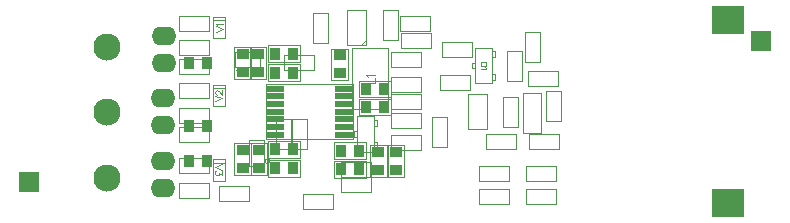
<source format=gbs>
G04*
G04 #@! TF.GenerationSoftware,Altium Limited,Altium Designer,20.2.8 (258)*
G04*
G04 Layer_Color=16711935*
%FSLAX44Y44*%
%MOMM*%
G71*
G04*
G04 #@! TF.SameCoordinates,D032E148-705B-442B-B370-39794CB6FC5C*
G04*
G04*
G04 #@! TF.FilePolarity,Negative*
G04*
G01*
G75*
%ADD25C,0.0100*%
%ADD26R,1.1000X0.8500*%
%ADD28R,0.8500X1.1000*%
%ADD30R,1.7032X1.7032*%
%ADD37R,2.7032X2.4032*%
%ADD38O,2.1000X1.6000*%
%ADD39C,2.3000*%
%ADD56C,0.0050*%
%ADD57R,1.6000X0.5000*%
D25*
X214000Y-42000D02*
G03*
X214000Y-42000I-2000J0D01*
G01*
X190000Y35000D02*
G03*
X190000Y35000I-2000J0D01*
G01*
X82000Y55000D02*
G03*
X82000Y55000I-6000J0D01*
G01*
X137300Y44350D02*
X162700D01*
X137300Y31650D02*
Y44350D01*
Y31650D02*
X162700D01*
Y44350D01*
X137300Y68650D02*
X162700D01*
Y81350D01*
X137300D02*
X162700D01*
X137300Y68650D02*
Y81350D01*
X176000Y62000D02*
Y77350D01*
X166000D02*
X176000D01*
X166000Y62000D02*
Y77350D01*
Y62000D02*
X176000D01*
X166000Y77350D02*
Y80000D01*
X176000D01*
Y77350D02*
Y80000D01*
X137300Y60350D02*
X162700D01*
X137300Y47650D02*
Y60350D01*
Y47650D02*
X162700D01*
Y60350D01*
X170598Y-63236D02*
X170598Y-75936D01*
X170598Y-63236D02*
X195998D01*
X195998Y-75936D02*
X195998Y-63236D01*
X170598Y-75936D02*
X195998D01*
X175660Y-43100D02*
X175660Y-40450D01*
X165660D02*
X175660D01*
X165660Y-43100D02*
X165660Y-40450D01*
X165660Y-58450D02*
X175660D01*
X165660D02*
Y-43100D01*
X175660D01*
Y-58450D02*
Y-43100D01*
X211170Y-23495D02*
X284830D01*
Y23495D01*
X211170D02*
X284830D01*
X211170Y-23495D02*
Y23495D01*
X226300Y35650D02*
X251700D01*
Y48350D01*
X226300D02*
X251700D01*
X226300Y35650D02*
Y48350D01*
X232650Y-31700D02*
Y-6300D01*
Y-31700D02*
X245350D01*
Y-6300D01*
X232650D02*
X245350D01*
X266015Y26665D02*
Y53335D01*
Y26665D02*
X279985D01*
Y53335D01*
X266015D02*
X279985D01*
X289665Y25985D02*
X316335D01*
X289665Y12015D02*
Y25985D01*
Y12015D02*
X316335D01*
Y25985D01*
X299015Y-55335D02*
Y-28665D01*
Y-55335D02*
X312985D01*
Y-28665D01*
X299015D02*
X312985D01*
X314015Y-55335D02*
Y-28665D01*
Y-55335D02*
X327985D01*
Y-28665D01*
X314015D02*
X327985D01*
X268665Y-42015D02*
X295335D01*
X268665Y-55985D02*
Y-42015D01*
Y-55985D02*
X295335D01*
Y-42015D01*
X268665Y-26015D02*
X295335D01*
X268665Y-39985D02*
Y-26015D01*
Y-39985D02*
X295335D01*
Y-26015D01*
X184015Y-53335D02*
Y-26665D01*
Y-53335D02*
X197985D01*
Y-26665D01*
X184015D02*
X197985D01*
X212665Y-54985D02*
X239335D01*
Y-41015D01*
X212665D02*
X239335D01*
X212665Y-54985D02*
Y-41015D01*
X211985Y-53335D02*
Y-26665D01*
X198015D02*
X211985D01*
X198015Y-53335D02*
Y-26665D01*
Y-53335D02*
X211985D01*
X212665Y-38985D02*
X239335D01*
Y-25015D01*
X212665D02*
X239335D01*
X212665Y-38985D02*
Y-25015D01*
X219650Y-31700D02*
Y-6300D01*
Y-31700D02*
X232350D01*
Y-6300D01*
X219650D02*
X232350D01*
X197015Y54335D02*
X210985D01*
Y27665D02*
Y54335D01*
X197015Y27665D02*
X210985D01*
X197015D02*
Y54335D01*
X212665Y26015D02*
X239335D01*
Y39985D01*
X212665D02*
X239335D01*
X212665Y26015D02*
Y39985D01*
Y42015D02*
X239335D01*
Y55985D01*
X212665D02*
X239335D01*
X212665Y42015D02*
Y55985D01*
X197985Y27665D02*
Y54335D01*
X184015D02*
X197985D01*
X184015Y27665D02*
Y54335D01*
Y27665D02*
X197985D01*
X431300Y-65650D02*
X456700D01*
X431300Y-78350D02*
Y-65650D01*
Y-78350D02*
X456700D01*
Y-65650D01*
X431300Y-45650D02*
X456700D01*
X431300Y-58350D02*
Y-45650D01*
Y-58350D02*
X456700D01*
Y-45650D01*
X137030Y11200D02*
X162430D01*
Y23900D01*
X137030D02*
X162430D01*
X137030Y11200D02*
Y23900D01*
Y-13100D02*
X162430D01*
X137030Y-25800D02*
Y-13100D01*
Y-25800D02*
X162430D01*
Y-13100D01*
X137030Y2900D02*
X162430D01*
X137030D02*
X137030Y-9800D01*
X162430D01*
Y2900D01*
X175730Y4550D02*
Y19900D01*
X165730D02*
X175730D01*
X165730Y4550D02*
Y19900D01*
Y4550D02*
X175730D01*
X165730Y19900D02*
X165730Y22550D01*
X175730D01*
X175730Y19900D02*
X175730Y22550D01*
X136960Y-51800D02*
X162360D01*
X162360Y-39100D01*
X136960D02*
X162360D01*
X136960D02*
X136960Y-51800D01*
X136960Y-60100D02*
X162360D01*
X136960D02*
X136960Y-72800D01*
X162360D01*
X162360Y-60100D01*
X274300Y-42650D02*
X299700D01*
X274300Y-55350D02*
Y-42650D01*
Y-55350D02*
X299700D01*
Y-42650D01*
X316300Y2140D02*
X341700Y2140D01*
X341700Y14840D01*
X316300Y14840D02*
X341700Y14840D01*
X316300Y2140D02*
X316300Y14840D01*
X196650Y-24205D02*
X209350D01*
X196650Y-45795D02*
Y-24205D01*
Y-45795D02*
X209350D01*
Y-24205D01*
X205795Y37650D02*
Y50350D01*
X184205D02*
X205795D01*
X184205Y37650D02*
Y50350D01*
Y37650D02*
X205795D01*
X443620Y-18145D02*
Y16145D01*
X428380D02*
X443620D01*
X428380Y-18145D02*
Y16145D01*
Y-18145D02*
X443620D01*
X285000Y-16500D02*
X288000D01*
X285000Y-21500D02*
Y-16500D01*
Y-21500D02*
X288000D01*
X302000Y-7000D02*
X305000D01*
Y-12000D02*
Y-7000D01*
X302000Y-12000D02*
X305000D01*
X302000Y-26000D02*
X305000D01*
Y-31000D02*
Y-26000D01*
X302000Y-31000D02*
X305000D01*
X302000Y-34240D02*
Y-3760D01*
X288000Y-34240D02*
X302000Y-34240D01*
X288000Y-34240D02*
Y-3760D01*
X302000Y-3760D01*
X457950Y21650D02*
Y34350D01*
X432550Y21650D02*
X457950D01*
X432550D02*
Y34350D01*
X457950D01*
X430150Y42300D02*
X442850D01*
X430150D02*
Y67700D01*
X442850D01*
Y42300D02*
Y67700D01*
X391300Y-78350D02*
Y-65650D01*
X416700D01*
Y-78350D02*
Y-65650D01*
X391300Y-78350D02*
X416700D01*
X274300Y-68350D02*
Y-55650D01*
X299700D01*
Y-68350D02*
Y-55650D01*
X274300Y-68350D02*
X299700D01*
X391300Y-58350D02*
Y-45650D01*
X416700D01*
Y-58350D02*
Y-45650D01*
X391300Y-58350D02*
X416700D01*
X341700Y-19650D02*
X341700Y-32350D01*
X316300D02*
X341700D01*
X316300D02*
X316300Y-19650D01*
X341700D01*
X324300Y81350D02*
X324300Y68650D01*
X324300Y81350D02*
X349700D01*
X349700Y68650D02*
X349700Y81350D01*
X324300Y68650D02*
X349700D01*
X350700Y53650D02*
Y66350D01*
X325300Y53650D02*
X350700Y53650D01*
X325300Y53650D02*
X325300Y66350D01*
X350700D01*
X414650Y51700D02*
X427350D01*
Y26300D02*
Y51700D01*
X414650Y26300D02*
X427350D01*
X414650D02*
Y51700D01*
X411650Y-12700D02*
X424350D01*
X411650Y12700D02*
X411650Y-12700D01*
X411650Y12700D02*
X424350Y12700D01*
Y-12700D02*
Y12700D01*
X242300Y-82350D02*
Y-69650D01*
X267700D01*
Y-82350D02*
Y-69650D01*
X242300Y-82350D02*
X267700D01*
X295490Y85605D02*
X295490Y56395D01*
X279490D02*
X295490D01*
X279490Y85605D02*
X279490Y56395D01*
X279490Y85605D02*
X295490D01*
X291490Y56500D02*
X295490Y60500D01*
X398000Y-14605D02*
Y14605D01*
X382000Y-14605D02*
X398000Y-14605D01*
X382000Y-14605D02*
Y14605D01*
X398000D01*
X283760Y54035D02*
X314240D01*
Y1965D02*
Y54035D01*
X283760Y1965D02*
X314240D01*
X283760D02*
Y54035D01*
X385000Y41500D02*
X388000D01*
X385000Y36500D02*
Y41500D01*
Y36500D02*
X388000D01*
X402000Y51000D02*
X405000D01*
Y46000D02*
Y51000D01*
X402000Y46000D02*
X405000D01*
X402000Y32000D02*
X405000D01*
Y27000D02*
Y32000D01*
X402000Y27000D02*
X405000D01*
X402000Y24395D02*
Y53605D01*
X388000Y24395D02*
X402000D01*
X388000D02*
Y53605D01*
X402000D01*
X433300Y-31350D02*
Y-18650D01*
X458700D01*
Y-31350D02*
Y-18650D01*
X433300Y-31350D02*
X458700D01*
X351650Y-4300D02*
X364350D01*
Y-29700D02*
Y-4300D01*
X351650Y-29700D02*
X364350D01*
X351650D02*
Y-4300D01*
X447650Y17200D02*
X460350D01*
Y-8200D02*
Y17200D01*
X447650Y-8200D02*
X460350D01*
X447650D02*
Y17200D01*
X341700Y-1160D02*
X341700Y-13860D01*
X316300Y-13860D02*
X341700Y-13860D01*
X316300Y-1160D02*
X316300Y-13860D01*
X316300Y-1160D02*
X341700Y-1160D01*
X341700Y29350D02*
X341700Y16650D01*
X316300D02*
X341700D01*
X316300D02*
Y29350D01*
X341700D01*
X250140Y58300D02*
X262840Y58300D01*
X250140Y58300D02*
Y83700D01*
X262840Y83700D01*
Y58300D02*
Y83700D01*
X309650Y60300D02*
X322350Y60300D01*
X309650Y60300D02*
Y85700D01*
X322350Y85700D01*
Y60300D02*
Y85700D01*
X359602Y46602D02*
Y59302D01*
X385002D01*
Y46602D02*
Y59302D01*
X359602Y46602D02*
X385002D01*
X316300Y37650D02*
Y50350D01*
X341700D01*
Y37650D02*
Y50350D01*
X316300Y37650D02*
X341700D01*
X358300Y31350D02*
X358300Y18650D01*
X358300Y31350D02*
X383700D01*
X383700Y18650D02*
X383700Y31350D01*
X358300Y18650D02*
X383700D01*
X397300Y-31350D02*
Y-18650D01*
X422700D01*
Y-31350D02*
Y-18650D01*
X397300Y-31350D02*
X422700D01*
X289665Y-2985D02*
Y10985D01*
X316335D01*
Y-2985D02*
Y10985D01*
X289665Y-2985D02*
X316335D01*
D26*
X273000Y47620D02*
D03*
Y32380D02*
D03*
X306000Y-34380D02*
D03*
Y-49620D02*
D03*
X321000Y-34380D02*
D03*
Y-49620D02*
D03*
X191000Y-32380D02*
D03*
Y-47620D02*
D03*
X205000D02*
D03*
Y-32380D02*
D03*
X204000Y33380D02*
D03*
Y48620D02*
D03*
X191000Y33380D02*
D03*
Y48620D02*
D03*
D28*
X160620Y41000D02*
D03*
X145380D02*
D03*
X160620Y-12000D02*
D03*
X145380D02*
D03*
Y-42000D02*
D03*
X160620D02*
D03*
X310620Y19000D02*
D03*
X295380D02*
D03*
X289620Y-49000D02*
D03*
X274380D02*
D03*
X289620Y-33000D02*
D03*
X274380D02*
D03*
X218380Y-48000D02*
D03*
X233620D02*
D03*
X218380Y-32000D02*
D03*
X233620D02*
D03*
X218380Y33000D02*
D03*
X233620D02*
D03*
X218380Y49000D02*
D03*
X233620D02*
D03*
X310620Y4000D02*
D03*
X295380D02*
D03*
D30*
X10000Y-60000D02*
D03*
X630000Y60000D02*
D03*
D37*
X602000Y-77800D02*
D03*
Y77800D02*
D03*
D38*
X123660Y-64450D02*
D03*
Y-41450D02*
D03*
X123730Y-11450D02*
D03*
X123730Y11550D02*
D03*
X124000Y41000D02*
D03*
Y64000D02*
D03*
D39*
X76000Y-56000D02*
D03*
Y-500D02*
D03*
Y55000D02*
D03*
D56*
X168051Y67565D02*
X174049Y69850D01*
X168051Y72136D02*
X174049Y69850D01*
X169193Y72907D02*
X168908Y73478D01*
X168051Y74335D01*
X174049D01*
X173609Y-44730D02*
X167611Y-47015D01*
X173609Y-49300D02*
X167611Y-47015D01*
X173609Y-50643D02*
Y-53785D01*
X171324Y-52071D01*
Y-52928D01*
X171039Y-53499D01*
X170753Y-53785D01*
X169896Y-54070D01*
X169325D01*
X168468Y-53785D01*
X167896Y-53214D01*
X167611Y-52357D01*
Y-51500D01*
X167896Y-50643D01*
X168182Y-50357D01*
X168753Y-50071D01*
X167781Y8830D02*
X173779Y11115D01*
X167781Y13400D02*
X173779Y11115D01*
X169209Y14457D02*
X168923D01*
X168352Y14743D01*
X168066Y15028D01*
X167781Y15600D01*
Y16742D01*
X168066Y17313D01*
X168352Y17599D01*
X168923Y17885D01*
X169495D01*
X170066Y17599D01*
X170923Y17028D01*
X173779Y14171D01*
Y18170D01*
X295301Y24504D02*
X302799D01*
Y28789D01*
X296729Y29610D02*
X296372Y30324D01*
X295301Y31396D01*
X302799D01*
X397449Y41871D02*
X392450D01*
X397449D02*
Y40205D01*
X397211Y39490D01*
X396735Y39014D01*
X396259Y38776D01*
X395545Y38538D01*
X394355D01*
X393641Y38776D01*
X393165Y39014D01*
X392689Y39490D01*
X392450Y40205D01*
Y41871D01*
X396497Y37419D02*
X396735Y36943D01*
X397449Y36229D01*
X392450D01*
D57*
X218790Y-19500D02*
D03*
Y-13000D02*
D03*
Y-6500D02*
D03*
Y0D02*
D03*
Y6500D02*
D03*
Y13000D02*
D03*
Y19500D02*
D03*
X277210D02*
D03*
Y13000D02*
D03*
Y6500D02*
D03*
Y0D02*
D03*
Y-6500D02*
D03*
Y-13000D02*
D03*
Y-19500D02*
D03*
M02*

</source>
